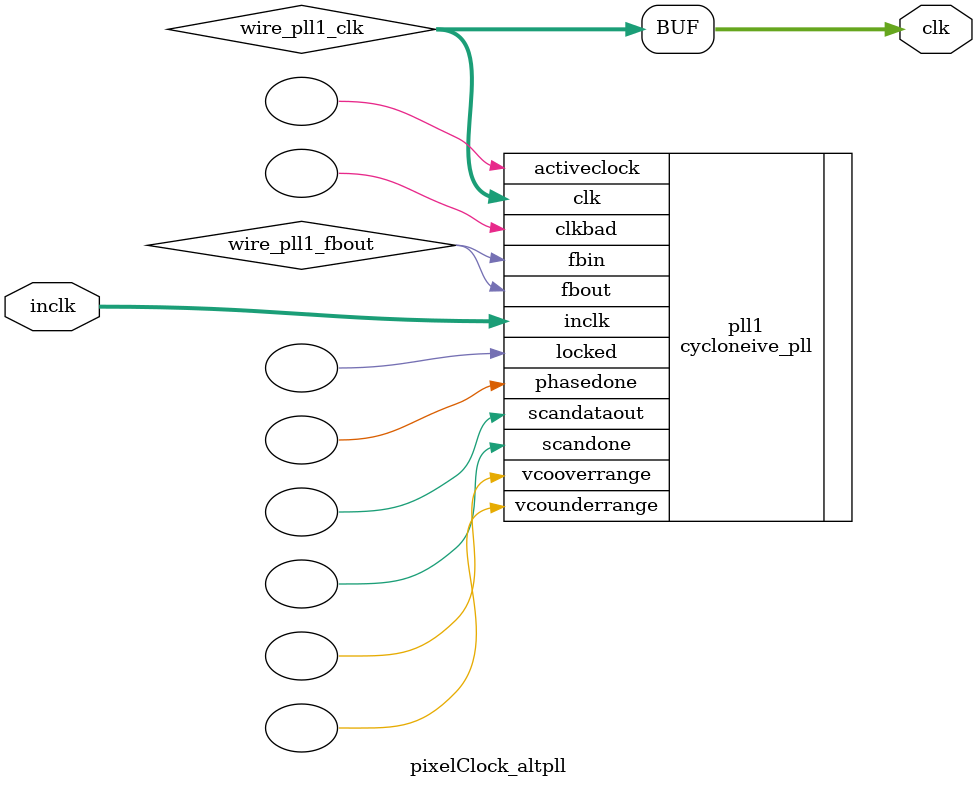
<source format=v>






//synthesis_resources = cycloneive_pll 1 
//synopsys translate_off
`timescale 1 ps / 1 ps
//synopsys translate_on
module  pixelClock_altpll
	( 
	clk,
	inclk) /* synthesis synthesis_clearbox=1 */;
	output   [4:0]  clk;
	input   [1:0]  inclk;
`ifndef ALTERA_RESERVED_QIS
// synopsys translate_off
`endif
	tri0   [1:0]  inclk;
`ifndef ALTERA_RESERVED_QIS
// synopsys translate_on
`endif

	wire  [4:0]   wire_pll1_clk;
	wire  wire_pll1_fbout;

	cycloneive_pll   pll1
	( 
	.activeclock(),
	.clk(wire_pll1_clk),
	.clkbad(),
	.fbin(wire_pll1_fbout),
	.fbout(wire_pll1_fbout),
	.inclk(inclk),
	.locked(),
	.phasedone(),
	.scandataout(),
	.scandone(),
	.vcooverrange(),
	.vcounderrange()
	`ifndef FORMAL_VERIFICATION
	// synopsys translate_off
	`endif
	,
	.areset(1'b0),
	.clkswitch(1'b0),
	.configupdate(1'b0),
	.pfdena(1'b1),
	.phasecounterselect({3{1'b0}}),
	.phasestep(1'b0),
	.phaseupdown(1'b0),
	.scanclk(1'b0),
	.scanclkena(1'b1),
	.scandata(1'b0)
	`ifndef FORMAL_VERIFICATION
	// synopsys translate_on
	`endif
	);
	defparam
		pll1.bandwidth_type = "auto",
		pll1.clk0_divide_by = 2000,
		pll1.clk0_duty_cycle = 50,
		pll1.clk0_multiply_by = 1007,
		pll1.clk0_phase_shift = "0",
		pll1.compensate_clock = "clk0",
		pll1.inclk0_input_frequency = 20000,
		pll1.operation_mode = "normal",
		pll1.pll_type = "auto",
		pll1.lpm_type = "cycloneive_pll";
	assign
		clk = {wire_pll1_clk[4:0]};
endmodule //pixelClock_altpll
//VALID FILE

</source>
